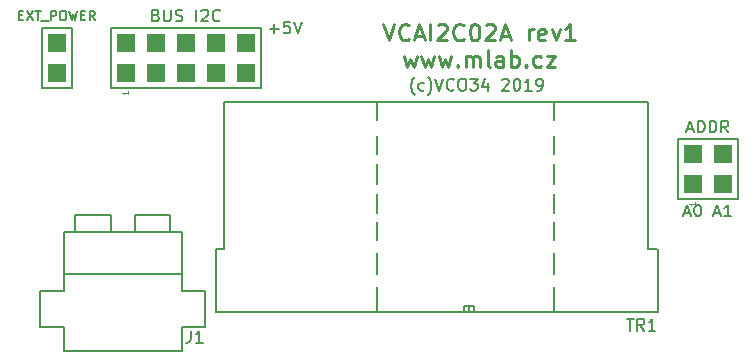
<source format=gbr>
%TF.GenerationSoftware,KiCad,Pcbnew,7.0.5.1-1-g8f565ef7f0-dirty-deb11*%
%TF.CreationDate,2023-07-21T03:29:24+00:00*%
%TF.ProjectId,VCAI2C02,56434149-3243-4303-922e-6b696361645f,rev?*%
%TF.SameCoordinates,Original*%
%TF.FileFunction,Legend,Top*%
%TF.FilePolarity,Positive*%
%FSLAX46Y46*%
G04 Gerber Fmt 4.6, Leading zero omitted, Abs format (unit mm)*
G04 Created by KiCad (PCBNEW 7.0.5.1-1-g8f565ef7f0-dirty-deb11) date 2023-07-21 03:29:24*
%MOMM*%
%LPD*%
G01*
G04 APERTURE LIST*
%ADD10C,0.200000*%
%ADD11C,0.250000*%
%ADD12C,0.150000*%
%ADD13C,0.050000*%
%ADD14R,1.524000X1.524000*%
G04 APERTURE END LIST*
D10*
X61515714Y-12866504D02*
X61991904Y-12866504D01*
X61420476Y-13152219D02*
X61753809Y-12152219D01*
X61753809Y-12152219D02*
X62087142Y-13152219D01*
X62944285Y-13152219D02*
X62372857Y-13152219D01*
X62658571Y-13152219D02*
X62658571Y-12152219D01*
X62658571Y-12152219D02*
X62563333Y-12295076D01*
X62563333Y-12295076D02*
X62468095Y-12390314D01*
X62468095Y-12390314D02*
X62372857Y-12437933D01*
D11*
X33489333Y3162333D02*
X33956000Y1762333D01*
X33956000Y1762333D02*
X34422666Y3162333D01*
X35689333Y1895666D02*
X35622666Y1829000D01*
X35622666Y1829000D02*
X35422666Y1762333D01*
X35422666Y1762333D02*
X35289333Y1762333D01*
X35289333Y1762333D02*
X35089333Y1829000D01*
X35089333Y1829000D02*
X34956000Y1962333D01*
X34956000Y1962333D02*
X34889333Y2095666D01*
X34889333Y2095666D02*
X34822666Y2362333D01*
X34822666Y2362333D02*
X34822666Y2562333D01*
X34822666Y2562333D02*
X34889333Y2829000D01*
X34889333Y2829000D02*
X34956000Y2962333D01*
X34956000Y2962333D02*
X35089333Y3095666D01*
X35089333Y3095666D02*
X35289333Y3162333D01*
X35289333Y3162333D02*
X35422666Y3162333D01*
X35422666Y3162333D02*
X35622666Y3095666D01*
X35622666Y3095666D02*
X35689333Y3029000D01*
X36222666Y2162333D02*
X36889333Y2162333D01*
X36089333Y1762333D02*
X36556000Y3162333D01*
X36556000Y3162333D02*
X37022666Y1762333D01*
X37489333Y1762333D02*
X37489333Y3162333D01*
X38089333Y3029000D02*
X38156000Y3095666D01*
X38156000Y3095666D02*
X38289333Y3162333D01*
X38289333Y3162333D02*
X38622667Y3162333D01*
X38622667Y3162333D02*
X38756000Y3095666D01*
X38756000Y3095666D02*
X38822667Y3029000D01*
X38822667Y3029000D02*
X38889333Y2895666D01*
X38889333Y2895666D02*
X38889333Y2762333D01*
X38889333Y2762333D02*
X38822667Y2562333D01*
X38822667Y2562333D02*
X38022667Y1762333D01*
X38022667Y1762333D02*
X38889333Y1762333D01*
X40289333Y1895666D02*
X40222666Y1829000D01*
X40222666Y1829000D02*
X40022666Y1762333D01*
X40022666Y1762333D02*
X39889333Y1762333D01*
X39889333Y1762333D02*
X39689333Y1829000D01*
X39689333Y1829000D02*
X39556000Y1962333D01*
X39556000Y1962333D02*
X39489333Y2095666D01*
X39489333Y2095666D02*
X39422666Y2362333D01*
X39422666Y2362333D02*
X39422666Y2562333D01*
X39422666Y2562333D02*
X39489333Y2829000D01*
X39489333Y2829000D02*
X39556000Y2962333D01*
X39556000Y2962333D02*
X39689333Y3095666D01*
X39689333Y3095666D02*
X39889333Y3162333D01*
X39889333Y3162333D02*
X40022666Y3162333D01*
X40022666Y3162333D02*
X40222666Y3095666D01*
X40222666Y3095666D02*
X40289333Y3029000D01*
X41156000Y3162333D02*
X41289333Y3162333D01*
X41289333Y3162333D02*
X41422666Y3095666D01*
X41422666Y3095666D02*
X41489333Y3029000D01*
X41489333Y3029000D02*
X41556000Y2895666D01*
X41556000Y2895666D02*
X41622666Y2629000D01*
X41622666Y2629000D02*
X41622666Y2295666D01*
X41622666Y2295666D02*
X41556000Y2029000D01*
X41556000Y2029000D02*
X41489333Y1895666D01*
X41489333Y1895666D02*
X41422666Y1829000D01*
X41422666Y1829000D02*
X41289333Y1762333D01*
X41289333Y1762333D02*
X41156000Y1762333D01*
X41156000Y1762333D02*
X41022666Y1829000D01*
X41022666Y1829000D02*
X40956000Y1895666D01*
X40956000Y1895666D02*
X40889333Y2029000D01*
X40889333Y2029000D02*
X40822666Y2295666D01*
X40822666Y2295666D02*
X40822666Y2629000D01*
X40822666Y2629000D02*
X40889333Y2895666D01*
X40889333Y2895666D02*
X40956000Y3029000D01*
X40956000Y3029000D02*
X41022666Y3095666D01*
X41022666Y3095666D02*
X41156000Y3162333D01*
X42155999Y3029000D02*
X42222666Y3095666D01*
X42222666Y3095666D02*
X42355999Y3162333D01*
X42355999Y3162333D02*
X42689333Y3162333D01*
X42689333Y3162333D02*
X42822666Y3095666D01*
X42822666Y3095666D02*
X42889333Y3029000D01*
X42889333Y3029000D02*
X42955999Y2895666D01*
X42955999Y2895666D02*
X42955999Y2762333D01*
X42955999Y2762333D02*
X42889333Y2562333D01*
X42889333Y2562333D02*
X42089333Y1762333D01*
X42089333Y1762333D02*
X42955999Y1762333D01*
X43489332Y2162333D02*
X44155999Y2162333D01*
X43355999Y1762333D02*
X43822666Y3162333D01*
X43822666Y3162333D02*
X44289332Y1762333D01*
X45822666Y1762333D02*
X45822666Y2695666D01*
X45822666Y2429000D02*
X45889333Y2562333D01*
X45889333Y2562333D02*
X45955999Y2629000D01*
X45955999Y2629000D02*
X46089333Y2695666D01*
X46089333Y2695666D02*
X46222666Y2695666D01*
X47222666Y1829000D02*
X47089333Y1762333D01*
X47089333Y1762333D02*
X46822666Y1762333D01*
X46822666Y1762333D02*
X46689333Y1829000D01*
X46689333Y1829000D02*
X46622666Y1962333D01*
X46622666Y1962333D02*
X46622666Y2495666D01*
X46622666Y2495666D02*
X46689333Y2629000D01*
X46689333Y2629000D02*
X46822666Y2695666D01*
X46822666Y2695666D02*
X47089333Y2695666D01*
X47089333Y2695666D02*
X47222666Y2629000D01*
X47222666Y2629000D02*
X47289333Y2495666D01*
X47289333Y2495666D02*
X47289333Y2362333D01*
X47289333Y2362333D02*
X46622666Y2229000D01*
X47756000Y2695666D02*
X48089333Y1762333D01*
X48089333Y1762333D02*
X48422666Y2695666D01*
X49689333Y1762333D02*
X48889333Y1762333D01*
X49289333Y1762333D02*
X49289333Y3162333D01*
X49289333Y3162333D02*
X49156000Y2962333D01*
X49156000Y2962333D02*
X49022667Y2829000D01*
X49022667Y2829000D02*
X48889333Y2762333D01*
X35255999Y441666D02*
X35522665Y-491666D01*
X35522665Y-491666D02*
X35789332Y175000D01*
X35789332Y175000D02*
X36055999Y-491666D01*
X36055999Y-491666D02*
X36322665Y441666D01*
X36722666Y441666D02*
X36989332Y-491666D01*
X36989332Y-491666D02*
X37255999Y175000D01*
X37255999Y175000D02*
X37522666Y-491666D01*
X37522666Y-491666D02*
X37789332Y441666D01*
X38189333Y441666D02*
X38455999Y-491666D01*
X38455999Y-491666D02*
X38722666Y175000D01*
X38722666Y175000D02*
X38989333Y-491666D01*
X38989333Y-491666D02*
X39255999Y441666D01*
X39789333Y-358333D02*
X39856000Y-425000D01*
X39856000Y-425000D02*
X39789333Y-491666D01*
X39789333Y-491666D02*
X39722666Y-425000D01*
X39722666Y-425000D02*
X39789333Y-358333D01*
X39789333Y-358333D02*
X39789333Y-491666D01*
X40456000Y-491666D02*
X40456000Y441666D01*
X40456000Y308333D02*
X40522667Y375000D01*
X40522667Y375000D02*
X40656000Y441666D01*
X40656000Y441666D02*
X40856000Y441666D01*
X40856000Y441666D02*
X40989333Y375000D01*
X40989333Y375000D02*
X41056000Y241666D01*
X41056000Y241666D02*
X41056000Y-491666D01*
X41056000Y241666D02*
X41122667Y375000D01*
X41122667Y375000D02*
X41256000Y441666D01*
X41256000Y441666D02*
X41456000Y441666D01*
X41456000Y441666D02*
X41589333Y375000D01*
X41589333Y375000D02*
X41656000Y241666D01*
X41656000Y241666D02*
X41656000Y-491666D01*
X42522667Y-491666D02*
X42389334Y-425000D01*
X42389334Y-425000D02*
X42322667Y-291666D01*
X42322667Y-291666D02*
X42322667Y908333D01*
X43656000Y-491666D02*
X43656000Y241666D01*
X43656000Y241666D02*
X43589333Y375000D01*
X43589333Y375000D02*
X43456000Y441666D01*
X43456000Y441666D02*
X43189333Y441666D01*
X43189333Y441666D02*
X43056000Y375000D01*
X43656000Y-425000D02*
X43522667Y-491666D01*
X43522667Y-491666D02*
X43189333Y-491666D01*
X43189333Y-491666D02*
X43056000Y-425000D01*
X43056000Y-425000D02*
X42989333Y-291666D01*
X42989333Y-291666D02*
X42989333Y-158333D01*
X42989333Y-158333D02*
X43056000Y-25000D01*
X43056000Y-25000D02*
X43189333Y41666D01*
X43189333Y41666D02*
X43522667Y41666D01*
X43522667Y41666D02*
X43656000Y108333D01*
X44322667Y-491666D02*
X44322667Y908333D01*
X44322667Y375000D02*
X44456000Y441666D01*
X44456000Y441666D02*
X44722667Y441666D01*
X44722667Y441666D02*
X44856000Y375000D01*
X44856000Y375000D02*
X44922667Y308333D01*
X44922667Y308333D02*
X44989334Y175000D01*
X44989334Y175000D02*
X44989334Y-225000D01*
X44989334Y-225000D02*
X44922667Y-358333D01*
X44922667Y-358333D02*
X44856000Y-425000D01*
X44856000Y-425000D02*
X44722667Y-491666D01*
X44722667Y-491666D02*
X44456000Y-491666D01*
X44456000Y-491666D02*
X44322667Y-425000D01*
X45589334Y-358333D02*
X45656001Y-425000D01*
X45656001Y-425000D02*
X45589334Y-491666D01*
X45589334Y-491666D02*
X45522667Y-425000D01*
X45522667Y-425000D02*
X45589334Y-358333D01*
X45589334Y-358333D02*
X45589334Y-491666D01*
X46856001Y-425000D02*
X46722668Y-491666D01*
X46722668Y-491666D02*
X46456001Y-491666D01*
X46456001Y-491666D02*
X46322668Y-425000D01*
X46322668Y-425000D02*
X46256001Y-358333D01*
X46256001Y-358333D02*
X46189334Y-225000D01*
X46189334Y-225000D02*
X46189334Y175000D01*
X46189334Y175000D02*
X46256001Y308333D01*
X46256001Y308333D02*
X46322668Y375000D01*
X46322668Y375000D02*
X46456001Y441666D01*
X46456001Y441666D02*
X46722668Y441666D01*
X46722668Y441666D02*
X46856001Y375000D01*
X47322668Y441666D02*
X48056001Y441666D01*
X48056001Y441666D02*
X47322668Y-491666D01*
X47322668Y-491666D02*
X48056001Y-491666D01*
D10*
X58975714Y-12866504D02*
X59451904Y-12866504D01*
X58880476Y-13152219D02*
X59213809Y-12152219D01*
X59213809Y-12152219D02*
X59547142Y-13152219D01*
X60070952Y-12152219D02*
X60166190Y-12152219D01*
X60166190Y-12152219D02*
X60261428Y-12199838D01*
X60261428Y-12199838D02*
X60309047Y-12247457D01*
X60309047Y-12247457D02*
X60356666Y-12342695D01*
X60356666Y-12342695D02*
X60404285Y-12533171D01*
X60404285Y-12533171D02*
X60404285Y-12771266D01*
X60404285Y-12771266D02*
X60356666Y-12961742D01*
X60356666Y-12961742D02*
X60309047Y-13056980D01*
X60309047Y-13056980D02*
X60261428Y-13104600D01*
X60261428Y-13104600D02*
X60166190Y-13152219D01*
X60166190Y-13152219D02*
X60070952Y-13152219D01*
X60070952Y-13152219D02*
X59975714Y-13104600D01*
X59975714Y-13104600D02*
X59928095Y-13056980D01*
X59928095Y-13056980D02*
X59880476Y-12961742D01*
X59880476Y-12961742D02*
X59832857Y-12771266D01*
X59832857Y-12771266D02*
X59832857Y-12533171D01*
X59832857Y-12533171D02*
X59880476Y-12342695D01*
X59880476Y-12342695D02*
X59928095Y-12247457D01*
X59928095Y-12247457D02*
X59975714Y-12199838D01*
X59975714Y-12199838D02*
X60070952Y-12152219D01*
D12*
X36140094Y-2867771D02*
X36092475Y-2820152D01*
X36092475Y-2820152D02*
X35997237Y-2677295D01*
X35997237Y-2677295D02*
X35949618Y-2582057D01*
X35949618Y-2582057D02*
X35901999Y-2439200D01*
X35901999Y-2439200D02*
X35854380Y-2201104D01*
X35854380Y-2201104D02*
X35854380Y-2010628D01*
X35854380Y-2010628D02*
X35901999Y-1772533D01*
X35901999Y-1772533D02*
X35949618Y-1629676D01*
X35949618Y-1629676D02*
X35997237Y-1534438D01*
X35997237Y-1534438D02*
X36092475Y-1391580D01*
X36092475Y-1391580D02*
X36140094Y-1343961D01*
X36949618Y-2439200D02*
X36854380Y-2486819D01*
X36854380Y-2486819D02*
X36663904Y-2486819D01*
X36663904Y-2486819D02*
X36568666Y-2439200D01*
X36568666Y-2439200D02*
X36521047Y-2391580D01*
X36521047Y-2391580D02*
X36473428Y-2296342D01*
X36473428Y-2296342D02*
X36473428Y-2010628D01*
X36473428Y-2010628D02*
X36521047Y-1915390D01*
X36521047Y-1915390D02*
X36568666Y-1867771D01*
X36568666Y-1867771D02*
X36663904Y-1820152D01*
X36663904Y-1820152D02*
X36854380Y-1820152D01*
X36854380Y-1820152D02*
X36949618Y-1867771D01*
X37282952Y-2867771D02*
X37330571Y-2820152D01*
X37330571Y-2820152D02*
X37425809Y-2677295D01*
X37425809Y-2677295D02*
X37473428Y-2582057D01*
X37473428Y-2582057D02*
X37521047Y-2439200D01*
X37521047Y-2439200D02*
X37568666Y-2201104D01*
X37568666Y-2201104D02*
X37568666Y-2010628D01*
X37568666Y-2010628D02*
X37521047Y-1772533D01*
X37521047Y-1772533D02*
X37473428Y-1629676D01*
X37473428Y-1629676D02*
X37425809Y-1534438D01*
X37425809Y-1534438D02*
X37330571Y-1391580D01*
X37330571Y-1391580D02*
X37282952Y-1343961D01*
X37902000Y-1486819D02*
X38235333Y-2486819D01*
X38235333Y-2486819D02*
X38568666Y-1486819D01*
X39473428Y-2391580D02*
X39425809Y-2439200D01*
X39425809Y-2439200D02*
X39282952Y-2486819D01*
X39282952Y-2486819D02*
X39187714Y-2486819D01*
X39187714Y-2486819D02*
X39044857Y-2439200D01*
X39044857Y-2439200D02*
X38949619Y-2343961D01*
X38949619Y-2343961D02*
X38902000Y-2248723D01*
X38902000Y-2248723D02*
X38854381Y-2058247D01*
X38854381Y-2058247D02*
X38854381Y-1915390D01*
X38854381Y-1915390D02*
X38902000Y-1724914D01*
X38902000Y-1724914D02*
X38949619Y-1629676D01*
X38949619Y-1629676D02*
X39044857Y-1534438D01*
X39044857Y-1534438D02*
X39187714Y-1486819D01*
X39187714Y-1486819D02*
X39282952Y-1486819D01*
X39282952Y-1486819D02*
X39425809Y-1534438D01*
X39425809Y-1534438D02*
X39473428Y-1582057D01*
X40092476Y-1486819D02*
X40282952Y-1486819D01*
X40282952Y-1486819D02*
X40378190Y-1534438D01*
X40378190Y-1534438D02*
X40473428Y-1629676D01*
X40473428Y-1629676D02*
X40521047Y-1820152D01*
X40521047Y-1820152D02*
X40521047Y-2153485D01*
X40521047Y-2153485D02*
X40473428Y-2343961D01*
X40473428Y-2343961D02*
X40378190Y-2439200D01*
X40378190Y-2439200D02*
X40282952Y-2486819D01*
X40282952Y-2486819D02*
X40092476Y-2486819D01*
X40092476Y-2486819D02*
X39997238Y-2439200D01*
X39997238Y-2439200D02*
X39902000Y-2343961D01*
X39902000Y-2343961D02*
X39854381Y-2153485D01*
X39854381Y-2153485D02*
X39854381Y-1820152D01*
X39854381Y-1820152D02*
X39902000Y-1629676D01*
X39902000Y-1629676D02*
X39997238Y-1534438D01*
X39997238Y-1534438D02*
X40092476Y-1486819D01*
X40854381Y-1486819D02*
X41473428Y-1486819D01*
X41473428Y-1486819D02*
X41140095Y-1867771D01*
X41140095Y-1867771D02*
X41282952Y-1867771D01*
X41282952Y-1867771D02*
X41378190Y-1915390D01*
X41378190Y-1915390D02*
X41425809Y-1963009D01*
X41425809Y-1963009D02*
X41473428Y-2058247D01*
X41473428Y-2058247D02*
X41473428Y-2296342D01*
X41473428Y-2296342D02*
X41425809Y-2391580D01*
X41425809Y-2391580D02*
X41378190Y-2439200D01*
X41378190Y-2439200D02*
X41282952Y-2486819D01*
X41282952Y-2486819D02*
X40997238Y-2486819D01*
X40997238Y-2486819D02*
X40902000Y-2439200D01*
X40902000Y-2439200D02*
X40854381Y-2391580D01*
X42330571Y-1820152D02*
X42330571Y-2486819D01*
X42092476Y-1439200D02*
X41854381Y-2153485D01*
X41854381Y-2153485D02*
X42473428Y-2153485D01*
X43568667Y-1582057D02*
X43616286Y-1534438D01*
X43616286Y-1534438D02*
X43711524Y-1486819D01*
X43711524Y-1486819D02*
X43949619Y-1486819D01*
X43949619Y-1486819D02*
X44044857Y-1534438D01*
X44044857Y-1534438D02*
X44092476Y-1582057D01*
X44092476Y-1582057D02*
X44140095Y-1677295D01*
X44140095Y-1677295D02*
X44140095Y-1772533D01*
X44140095Y-1772533D02*
X44092476Y-1915390D01*
X44092476Y-1915390D02*
X43521048Y-2486819D01*
X43521048Y-2486819D02*
X44140095Y-2486819D01*
X44759143Y-1486819D02*
X44854381Y-1486819D01*
X44854381Y-1486819D02*
X44949619Y-1534438D01*
X44949619Y-1534438D02*
X44997238Y-1582057D01*
X44997238Y-1582057D02*
X45044857Y-1677295D01*
X45044857Y-1677295D02*
X45092476Y-1867771D01*
X45092476Y-1867771D02*
X45092476Y-2105866D01*
X45092476Y-2105866D02*
X45044857Y-2296342D01*
X45044857Y-2296342D02*
X44997238Y-2391580D01*
X44997238Y-2391580D02*
X44949619Y-2439200D01*
X44949619Y-2439200D02*
X44854381Y-2486819D01*
X44854381Y-2486819D02*
X44759143Y-2486819D01*
X44759143Y-2486819D02*
X44663905Y-2439200D01*
X44663905Y-2439200D02*
X44616286Y-2391580D01*
X44616286Y-2391580D02*
X44568667Y-2296342D01*
X44568667Y-2296342D02*
X44521048Y-2105866D01*
X44521048Y-2105866D02*
X44521048Y-1867771D01*
X44521048Y-1867771D02*
X44568667Y-1677295D01*
X44568667Y-1677295D02*
X44616286Y-1582057D01*
X44616286Y-1582057D02*
X44663905Y-1534438D01*
X44663905Y-1534438D02*
X44759143Y-1486819D01*
X46044857Y-2486819D02*
X45473429Y-2486819D01*
X45759143Y-2486819D02*
X45759143Y-1486819D01*
X45759143Y-1486819D02*
X45663905Y-1629676D01*
X45663905Y-1629676D02*
X45568667Y-1724914D01*
X45568667Y-1724914D02*
X45473429Y-1772533D01*
X46521048Y-2486819D02*
X46711524Y-2486819D01*
X46711524Y-2486819D02*
X46806762Y-2439200D01*
X46806762Y-2439200D02*
X46854381Y-2391580D01*
X46854381Y-2391580D02*
X46949619Y-2248723D01*
X46949619Y-2248723D02*
X46997238Y-2058247D01*
X46997238Y-2058247D02*
X46997238Y-1677295D01*
X46997238Y-1677295D02*
X46949619Y-1582057D01*
X46949619Y-1582057D02*
X46902000Y-1534438D01*
X46902000Y-1534438D02*
X46806762Y-1486819D01*
X46806762Y-1486819D02*
X46616286Y-1486819D01*
X46616286Y-1486819D02*
X46521048Y-1534438D01*
X46521048Y-1534438D02*
X46473429Y-1582057D01*
X46473429Y-1582057D02*
X46425810Y-1677295D01*
X46425810Y-1677295D02*
X46425810Y-1915390D01*
X46425810Y-1915390D02*
X46473429Y-2010628D01*
X46473429Y-2010628D02*
X46521048Y-2058247D01*
X46521048Y-2058247D02*
X46616286Y-2105866D01*
X46616286Y-2105866D02*
X46806762Y-2105866D01*
X46806762Y-2105866D02*
X46902000Y-2058247D01*
X46902000Y-2058247D02*
X46949619Y-2010628D01*
X46949619Y-2010628D02*
X46997238Y-1915390D01*
D10*
X23860286Y2722733D02*
X24622191Y2722733D01*
X24241238Y2341780D02*
X24241238Y3103685D01*
X25574571Y3341780D02*
X25098381Y3341780D01*
X25098381Y3341780D02*
X25050762Y2865590D01*
X25050762Y2865590D02*
X25098381Y2913209D01*
X25098381Y2913209D02*
X25193619Y2960828D01*
X25193619Y2960828D02*
X25431714Y2960828D01*
X25431714Y2960828D02*
X25526952Y2913209D01*
X25526952Y2913209D02*
X25574571Y2865590D01*
X25574571Y2865590D02*
X25622190Y2770352D01*
X25622190Y2770352D02*
X25622190Y2532257D01*
X25622190Y2532257D02*
X25574571Y2437019D01*
X25574571Y2437019D02*
X25526952Y2389400D01*
X25526952Y2389400D02*
X25431714Y2341780D01*
X25431714Y2341780D02*
X25193619Y2341780D01*
X25193619Y2341780D02*
X25098381Y2389400D01*
X25098381Y2389400D02*
X25050762Y2437019D01*
X25907905Y3341780D02*
X26241238Y2341780D01*
X26241238Y2341780D02*
X26574571Y3341780D01*
%TO.C,J4*%
X14240190Y3881590D02*
X14383047Y3833971D01*
X14383047Y3833971D02*
X14430666Y3786352D01*
X14430666Y3786352D02*
X14478285Y3691114D01*
X14478285Y3691114D02*
X14478285Y3548257D01*
X14478285Y3548257D02*
X14430666Y3453019D01*
X14430666Y3453019D02*
X14383047Y3405400D01*
X14383047Y3405400D02*
X14287809Y3357780D01*
X14287809Y3357780D02*
X13906857Y3357780D01*
X13906857Y3357780D02*
X13906857Y4357780D01*
X13906857Y4357780D02*
X14240190Y4357780D01*
X14240190Y4357780D02*
X14335428Y4310161D01*
X14335428Y4310161D02*
X14383047Y4262542D01*
X14383047Y4262542D02*
X14430666Y4167304D01*
X14430666Y4167304D02*
X14430666Y4072066D01*
X14430666Y4072066D02*
X14383047Y3976828D01*
X14383047Y3976828D02*
X14335428Y3929209D01*
X14335428Y3929209D02*
X14240190Y3881590D01*
X14240190Y3881590D02*
X13906857Y3881590D01*
X14906857Y4357780D02*
X14906857Y3548257D01*
X14906857Y3548257D02*
X14954476Y3453019D01*
X14954476Y3453019D02*
X15002095Y3405400D01*
X15002095Y3405400D02*
X15097333Y3357780D01*
X15097333Y3357780D02*
X15287809Y3357780D01*
X15287809Y3357780D02*
X15383047Y3405400D01*
X15383047Y3405400D02*
X15430666Y3453019D01*
X15430666Y3453019D02*
X15478285Y3548257D01*
X15478285Y3548257D02*
X15478285Y4357780D01*
X15906857Y3405400D02*
X16049714Y3357780D01*
X16049714Y3357780D02*
X16287809Y3357780D01*
X16287809Y3357780D02*
X16383047Y3405400D01*
X16383047Y3405400D02*
X16430666Y3453019D01*
X16430666Y3453019D02*
X16478285Y3548257D01*
X16478285Y3548257D02*
X16478285Y3643495D01*
X16478285Y3643495D02*
X16430666Y3738733D01*
X16430666Y3738733D02*
X16383047Y3786352D01*
X16383047Y3786352D02*
X16287809Y3833971D01*
X16287809Y3833971D02*
X16097333Y3881590D01*
X16097333Y3881590D02*
X16002095Y3929209D01*
X16002095Y3929209D02*
X15954476Y3976828D01*
X15954476Y3976828D02*
X15906857Y4072066D01*
X15906857Y4072066D02*
X15906857Y4167304D01*
X15906857Y4167304D02*
X15954476Y4262542D01*
X15954476Y4262542D02*
X16002095Y4310161D01*
X16002095Y4310161D02*
X16097333Y4357780D01*
X16097333Y4357780D02*
X16335428Y4357780D01*
X16335428Y4357780D02*
X16478285Y4310161D01*
X17668762Y3357780D02*
X17668762Y4357780D01*
X18097333Y4262542D02*
X18144952Y4310161D01*
X18144952Y4310161D02*
X18240190Y4357780D01*
X18240190Y4357780D02*
X18478285Y4357780D01*
X18478285Y4357780D02*
X18573523Y4310161D01*
X18573523Y4310161D02*
X18621142Y4262542D01*
X18621142Y4262542D02*
X18668761Y4167304D01*
X18668761Y4167304D02*
X18668761Y4072066D01*
X18668761Y4072066D02*
X18621142Y3929209D01*
X18621142Y3929209D02*
X18049714Y3357780D01*
X18049714Y3357780D02*
X18668761Y3357780D01*
X19668761Y3453019D02*
X19621142Y3405400D01*
X19621142Y3405400D02*
X19478285Y3357780D01*
X19478285Y3357780D02*
X19383047Y3357780D01*
X19383047Y3357780D02*
X19240190Y3405400D01*
X19240190Y3405400D02*
X19144952Y3500638D01*
X19144952Y3500638D02*
X19097333Y3595876D01*
X19097333Y3595876D02*
X19049714Y3786352D01*
X19049714Y3786352D02*
X19049714Y3929209D01*
X19049714Y3929209D02*
X19097333Y4119685D01*
X19097333Y4119685D02*
X19144952Y4214923D01*
X19144952Y4214923D02*
X19240190Y4310161D01*
X19240190Y4310161D02*
X19383047Y4357780D01*
X19383047Y4357780D02*
X19478285Y4357780D01*
X19478285Y4357780D02*
X19621142Y4310161D01*
X19621142Y4310161D02*
X19668761Y4262542D01*
D13*
X11912709Y-2524142D02*
X11912709Y-2809856D01*
X11912709Y-2666999D02*
X11412709Y-2666999D01*
X11412709Y-2666999D02*
X11484138Y-2714618D01*
X11484138Y-2714618D02*
X11531757Y-2762237D01*
X11531757Y-2762237D02*
X11555566Y-2809856D01*
D12*
%TO.C,J5*%
X2641999Y3866752D02*
X2908665Y3866752D01*
X3022951Y3447704D02*
X2641999Y3447704D01*
X2641999Y3447704D02*
X2641999Y4247704D01*
X2641999Y4247704D02*
X3022951Y4247704D01*
X3289618Y4247704D02*
X3822952Y3447704D01*
X3822952Y4247704D02*
X3289618Y3447704D01*
X4013428Y4247704D02*
X4470571Y4247704D01*
X4241999Y3447704D02*
X4241999Y4247704D01*
X4546762Y3371514D02*
X5156285Y3371514D01*
X5346762Y3447704D02*
X5346762Y4247704D01*
X5346762Y4247704D02*
X5651524Y4247704D01*
X5651524Y4247704D02*
X5727714Y4209609D01*
X5727714Y4209609D02*
X5765809Y4171514D01*
X5765809Y4171514D02*
X5803905Y4095323D01*
X5803905Y4095323D02*
X5803905Y3981038D01*
X5803905Y3981038D02*
X5765809Y3904847D01*
X5765809Y3904847D02*
X5727714Y3866752D01*
X5727714Y3866752D02*
X5651524Y3828657D01*
X5651524Y3828657D02*
X5346762Y3828657D01*
X6299143Y4247704D02*
X6451524Y4247704D01*
X6451524Y4247704D02*
X6527714Y4209609D01*
X6527714Y4209609D02*
X6603905Y4133419D01*
X6603905Y4133419D02*
X6642000Y3981038D01*
X6642000Y3981038D02*
X6642000Y3714371D01*
X6642000Y3714371D02*
X6603905Y3561990D01*
X6603905Y3561990D02*
X6527714Y3485800D01*
X6527714Y3485800D02*
X6451524Y3447704D01*
X6451524Y3447704D02*
X6299143Y3447704D01*
X6299143Y3447704D02*
X6222952Y3485800D01*
X6222952Y3485800D02*
X6146762Y3561990D01*
X6146762Y3561990D02*
X6108666Y3714371D01*
X6108666Y3714371D02*
X6108666Y3981038D01*
X6108666Y3981038D02*
X6146762Y4133419D01*
X6146762Y4133419D02*
X6222952Y4209609D01*
X6222952Y4209609D02*
X6299143Y4247704D01*
X6908666Y4247704D02*
X7099142Y3447704D01*
X7099142Y3447704D02*
X7251523Y4019133D01*
X7251523Y4019133D02*
X7403904Y3447704D01*
X7403904Y3447704D02*
X7594381Y4247704D01*
X7899143Y3866752D02*
X8165809Y3866752D01*
X8280095Y3447704D02*
X7899143Y3447704D01*
X7899143Y3447704D02*
X7899143Y4247704D01*
X7899143Y4247704D02*
X8280095Y4247704D01*
X9080096Y3447704D02*
X8813429Y3828657D01*
X8622953Y3447704D02*
X8622953Y4247704D01*
X8622953Y4247704D02*
X8927715Y4247704D01*
X8927715Y4247704D02*
X9003905Y4209609D01*
X9003905Y4209609D02*
X9042000Y4171514D01*
X9042000Y4171514D02*
X9080096Y4095323D01*
X9080096Y4095323D02*
X9080096Y3981038D01*
X9080096Y3981038D02*
X9042000Y3904847D01*
X9042000Y3904847D02*
X9003905Y3866752D01*
X9003905Y3866752D02*
X8927715Y3828657D01*
X8927715Y3828657D02*
X8622953Y3828657D01*
D10*
%TO.C,J6*%
X59221905Y-5754504D02*
X59698095Y-5754504D01*
X59126667Y-6040219D02*
X59460000Y-5040219D01*
X59460000Y-5040219D02*
X59793333Y-6040219D01*
X60126667Y-6040219D02*
X60126667Y-5040219D01*
X60126667Y-5040219D02*
X60364762Y-5040219D01*
X60364762Y-5040219D02*
X60507619Y-5087838D01*
X60507619Y-5087838D02*
X60602857Y-5183076D01*
X60602857Y-5183076D02*
X60650476Y-5278314D01*
X60650476Y-5278314D02*
X60698095Y-5468790D01*
X60698095Y-5468790D02*
X60698095Y-5611647D01*
X60698095Y-5611647D02*
X60650476Y-5802123D01*
X60650476Y-5802123D02*
X60602857Y-5897361D01*
X60602857Y-5897361D02*
X60507619Y-5992600D01*
X60507619Y-5992600D02*
X60364762Y-6040219D01*
X60364762Y-6040219D02*
X60126667Y-6040219D01*
X61126667Y-6040219D02*
X61126667Y-5040219D01*
X61126667Y-5040219D02*
X61364762Y-5040219D01*
X61364762Y-5040219D02*
X61507619Y-5087838D01*
X61507619Y-5087838D02*
X61602857Y-5183076D01*
X61602857Y-5183076D02*
X61650476Y-5278314D01*
X61650476Y-5278314D02*
X61698095Y-5468790D01*
X61698095Y-5468790D02*
X61698095Y-5611647D01*
X61698095Y-5611647D02*
X61650476Y-5802123D01*
X61650476Y-5802123D02*
X61602857Y-5897361D01*
X61602857Y-5897361D02*
X61507619Y-5992600D01*
X61507619Y-5992600D02*
X61364762Y-6040219D01*
X61364762Y-6040219D02*
X61126667Y-6040219D01*
X62698095Y-6040219D02*
X62364762Y-5564028D01*
X62126667Y-6040219D02*
X62126667Y-5040219D01*
X62126667Y-5040219D02*
X62507619Y-5040219D01*
X62507619Y-5040219D02*
X62602857Y-5087838D01*
X62602857Y-5087838D02*
X62650476Y-5135457D01*
X62650476Y-5135457D02*
X62698095Y-5230695D01*
X62698095Y-5230695D02*
X62698095Y-5373552D01*
X62698095Y-5373552D02*
X62650476Y-5468790D01*
X62650476Y-5468790D02*
X62602857Y-5516409D01*
X62602857Y-5516409D02*
X62507619Y-5564028D01*
X62507619Y-5564028D02*
X62126667Y-5564028D01*
D13*
X59918709Y-11922142D02*
X59918709Y-12207856D01*
X59918709Y-12064999D02*
X59418709Y-12064999D01*
X59418709Y-12064999D02*
X59490138Y-12112618D01*
X59490138Y-12112618D02*
X59537757Y-12160237D01*
X59537757Y-12160237D02*
X59561566Y-12207856D01*
D12*
%TO.C,TR1*%
X54110095Y-21806819D02*
X54681523Y-21806819D01*
X54395809Y-22806819D02*
X54395809Y-21806819D01*
X55586285Y-22806819D02*
X55252952Y-22330628D01*
X55014857Y-22806819D02*
X55014857Y-21806819D01*
X55014857Y-21806819D02*
X55395809Y-21806819D01*
X55395809Y-21806819D02*
X55491047Y-21854438D01*
X55491047Y-21854438D02*
X55538666Y-21902057D01*
X55538666Y-21902057D02*
X55586285Y-21997295D01*
X55586285Y-21997295D02*
X55586285Y-22140152D01*
X55586285Y-22140152D02*
X55538666Y-22235390D01*
X55538666Y-22235390D02*
X55491047Y-22283009D01*
X55491047Y-22283009D02*
X55395809Y-22330628D01*
X55395809Y-22330628D02*
X55014857Y-22330628D01*
X56538666Y-22806819D02*
X55967238Y-22806819D01*
X56252952Y-22806819D02*
X56252952Y-21806819D01*
X56252952Y-21806819D02*
X56157714Y-21949676D01*
X56157714Y-21949676D02*
X56062476Y-22044914D01*
X56062476Y-22044914D02*
X55967238Y-22092533D01*
%TO.C,J1*%
X17192666Y-22822819D02*
X17192666Y-23537104D01*
X17192666Y-23537104D02*
X17145047Y-23679961D01*
X17145047Y-23679961D02*
X17049809Y-23775200D01*
X17049809Y-23775200D02*
X16906952Y-23822819D01*
X16906952Y-23822819D02*
X16811714Y-23822819D01*
X18192666Y-23822819D02*
X17621238Y-23822819D01*
X17906952Y-23822819D02*
X17906952Y-22822819D01*
X17906952Y-22822819D02*
X17811714Y-22965676D01*
X17811714Y-22965676D02*
X17716476Y-23060914D01*
X17716476Y-23060914D02*
X17621238Y-23108533D01*
%TO.C,J4*%
X10414000Y-2286000D02*
X10414000Y2794000D01*
X23114000Y-2286000D02*
X10414000Y-2286000D01*
X10414000Y2794000D02*
X23114000Y2794000D01*
X23114000Y2794000D02*
X23114000Y-2286000D01*
%TO.C,J5*%
X4572000Y-2286000D02*
X4572000Y2794000D01*
X7112000Y-2286000D02*
X4572000Y-2286000D01*
X4572000Y2794000D02*
X7112000Y2794000D01*
X7112000Y2794000D02*
X7112000Y-2286000D01*
%TO.C,J6*%
X58420000Y-11684000D02*
X58420000Y-6604000D01*
X63500000Y-11684000D02*
X58420000Y-11684000D01*
X58420000Y-6604000D02*
X63500000Y-6604000D01*
X63500000Y-6604000D02*
X63500000Y-11684000D01*
%TO.C,TR1*%
X19340000Y-15922000D02*
X19340000Y-21222000D01*
X19340000Y-21222000D02*
X56740000Y-21222000D01*
X20040000Y-3422000D02*
X20040000Y-15922000D01*
X20040000Y-15922000D02*
X19340000Y-15922000D01*
X32940000Y-5022000D02*
X32940000Y-3422000D01*
X32940000Y-7822000D02*
X32940000Y-6322000D01*
X32940000Y-10422000D02*
X32940000Y-8722000D01*
X32940000Y-12822000D02*
X32940000Y-11222000D01*
X32940000Y-15122000D02*
X32940000Y-13622000D01*
X32940000Y-18022000D02*
X32940000Y-16222000D01*
X32940000Y-21122000D02*
X32940000Y-19122000D01*
X40340000Y-20722000D02*
X41140000Y-20722000D01*
X40340000Y-21222000D02*
X40340000Y-20722000D01*
X40740000Y-21122000D02*
X40740000Y-20722000D01*
X41140000Y-20722000D02*
X41140000Y-21222000D01*
X47940000Y-5022000D02*
X47940000Y-3422000D01*
X47940000Y-7822000D02*
X47940000Y-6322000D01*
X47940000Y-10422000D02*
X47940000Y-8722000D01*
X47940000Y-12822000D02*
X47940000Y-11222000D01*
X47940000Y-15122000D02*
X47940000Y-13622000D01*
X47940000Y-18022000D02*
X47940000Y-16222000D01*
X47940000Y-21122000D02*
X47940000Y-19122000D01*
X55940000Y-3422000D02*
X20040000Y-3422000D01*
X55940000Y-15922000D02*
X55940000Y-3422000D01*
X56640000Y-15922000D02*
X55940000Y-15922000D01*
X56740000Y-21222000D02*
X56740000Y-15922000D01*
%TO.C,J1*%
X18430000Y-22502000D02*
X18430000Y-19502000D01*
X18430000Y-19502000D02*
X16430000Y-19502000D01*
X16430000Y-24502000D02*
X6430000Y-24502000D01*
X16430000Y-22502000D02*
X18430000Y-22502000D01*
X16430000Y-22502000D02*
X16430000Y-24502000D01*
X16430000Y-19502000D02*
X16430000Y-14502000D01*
X16430000Y-18002000D02*
X6430000Y-18002000D01*
X16430000Y-14502000D02*
X6430000Y-14502000D01*
X15430000Y-14502000D02*
X15430000Y-13002000D01*
X15430000Y-13002000D02*
X12430000Y-13002000D01*
X12430000Y-13002000D02*
X12430000Y-14502000D01*
X10430000Y-14502000D02*
X10430000Y-13002000D01*
X10430000Y-13002000D02*
X7430000Y-13002000D01*
X7430000Y-13002000D02*
X7430000Y-14502000D01*
X6430000Y-24502000D02*
X6430000Y-22502000D01*
X6430000Y-22502000D02*
X4430000Y-22502000D01*
X6430000Y-14502000D02*
X6430000Y-19502000D01*
X4430000Y-22502000D02*
X4430000Y-19502000D01*
X4430000Y-19502000D02*
X6430000Y-19502000D01*
%TD*%
D14*
%TO.C,J4*%
X11684000Y-1016000D03*
X11684000Y1524000D03*
X14224000Y-1016000D03*
X14224000Y1524000D03*
X16764000Y-1016000D03*
X16764000Y1524000D03*
X19304000Y-1016000D03*
X19304000Y1524000D03*
X21844000Y-1016000D03*
X21844000Y1524000D03*
%TD*%
%TO.C,J5*%
X5842000Y-1016000D03*
X5842000Y1524000D03*
%TD*%
%TO.C,J6*%
X59690000Y-10414000D03*
X59690000Y-7874000D03*
X62230000Y-10414000D03*
X62230000Y-7874000D03*
%TD*%
M02*

</source>
